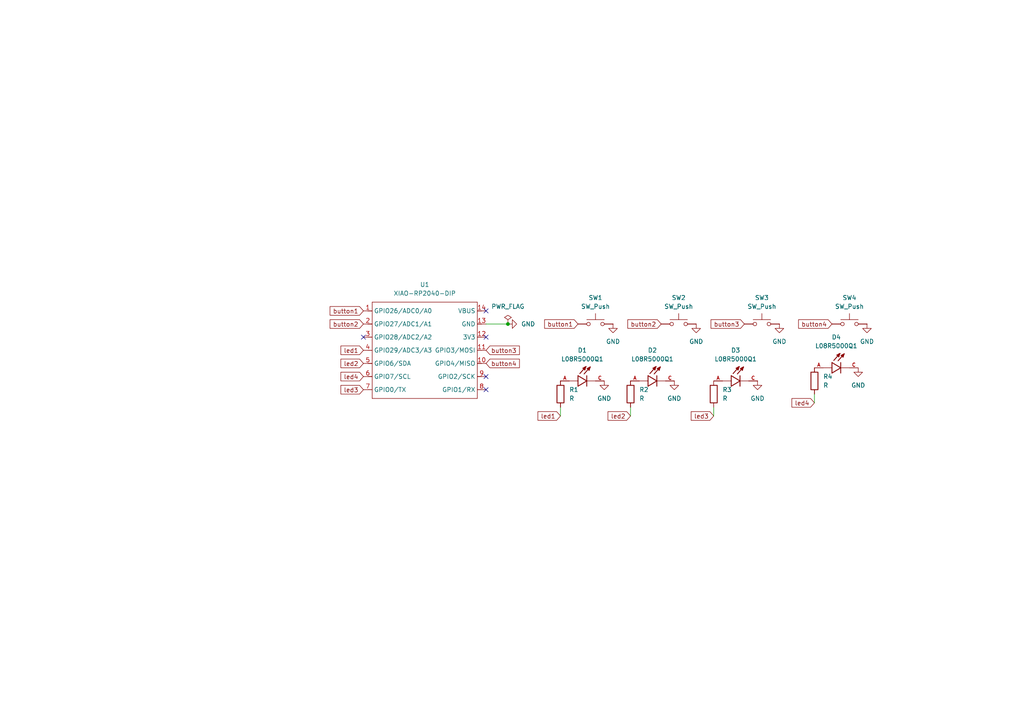
<source format=kicad_sch>
(kicad_sch (version 20231120) (generator "eeschema") (generator_version "8.0")
  (paper "A4")
  (lib_symbols
    (symbol "Device:R" (pin_numbers hide) (pin_names (offset 0))
      (property "Reference" "R" (at 2.032 0 90))
      (property "Value" "R" (at 0 0 90))
      (symbol "R_0_1"
        (rectangle (start -1.016 -2.54) (end 1.016 2.54) (stroke (width 0.254)))
      )
      (symbol "R_1_1"
        (pin passive line (at 0 3.81 270) (length 1.27) (name "~") (number "1"))
        (pin passive line (at 0 -3.81 90) (length 1.27) (name "~") (number "2"))
      )
    )
    (symbol "Switch:SW_Push" (pin_numbers hide) (pin_names (offset 1.016) hide)
      (property "Reference" "SW" (at 1.27 2.54 0))
      (property "Value" "SW_Push" (at 0 -1.524 0))
      (symbol "SW_Push_0_1"
        (circle (center -2.032 0) (radius 0.508))
        (polyline (pts (xy 0 1.27) (xy 0 3.048)))
        (polyline (pts (xy 2.54 1.27) (xy -2.54 1.27)))
        (circle (center 2.032 0) (radius 0.508))
        (pin passive line (at -5.08 0 0) (length 2.54) (name "1") (number "1"))
        (pin passive line (at 5.08 0 180) (length 2.54) (name "2") (number "2"))
      )
    )
    (symbol "led:L08R5000Q1" (pin_names (offset 1.016))
      (property "Reference" "D" (at -3.0988 4.4958 0))
      (property "Value" "L08R5000Q1" (at -3.556 -3.302 0))
      (symbol "L08R5000Q1_0_0"
        (polyline (pts (xy -2.54 -1.524) (xy 0 0)) (stroke (width 0.254)))
        (polyline (pts (xy -2.54 0) (xy -5.08 0)) (stroke (width 0.1524)))
        (polyline (pts (xy -2.54 0) (xy -2.54 -1.524)) (stroke (width 0.254)))
        (polyline (pts (xy -2.54 1.524) (xy -2.54 0)) (stroke (width 0.254)))
        (polyline (pts (xy -1.1176 3.683) (xy -0.2286 4.1656)) (stroke (width 0.254)))
        (polyline (pts (xy -0.9398 3.6068) (xy -0.7112 3.7592)) (stroke (width 0.254)))
        (polyline (pts (xy -0.5588 3.2004) (xy -1.1176 3.683)) (stroke (width 0.254)))
        (polyline (pts (xy -0.5588 3.2004) (xy -0.5334 3.937)) (stroke (width 0.254)))
        (polyline (pts (xy -0.5334 3.937) (xy -0.6604 3.937)) (stroke (width 0.254)))
        (polyline (pts (xy -0.2286 4.1656) (xy -2.0066 2.1336)) (stroke (width 0.254)))
        (polyline (pts (xy -0.2286 4.1656) (xy -0.5588 3.2004)) (stroke (width 0.254)))
        (polyline (pts (xy 0 0) (xy -2.54 1.524)) (stroke (width 0.254)))
        (polyline (pts (xy 0 0) (xy 0 -1.524)) (stroke (width 0.254)))
        (polyline (pts (xy 0 1.524) (xy 0 0)) (stroke (width 0.254)))
        (polyline (pts (xy 0.127 3.5814) (xy 1.016 4.064)) (stroke (width 0.254)))
        (polyline (pts (xy 0.3048 3.5052) (xy 0.5334 3.6576)) (stroke (width 0.254)))
        (polyline (pts (xy 0.6858 3.0988) (xy 0.127 3.5814)) (stroke (width 0.254)))
        (polyline (pts (xy 0.6858 3.0988) (xy 0.7112 3.8354)) (stroke (width 0.254)))
        (polyline (pts (xy 0.7112 3.8354) (xy 0.5842 3.8354)) (stroke (width 0.254)))
        (polyline (pts (xy 1.016 4.064) (xy -0.762 2.032)) (stroke (width 0.254)))
        (polyline (pts (xy 1.016 4.064) (xy 0.6858 3.0988)) (stroke (width 0.254)))
        (polyline (pts (xy 2.54 0) (xy 0 0)) (stroke (width 0.1524)))
        (pin passive line (at -7.62 0 0) (length 2.54) (name "~") (number "A"))
        (pin passive line (at 5.08 0 180) (length 2.54) (name "~") (number "C"))
      )
    )
    (symbol "power:GND" (power) (pin_numbers hide) (pin_names (offset 0) hide)
      (property "Value" "GND" (at 0 -3.81 0))
      (symbol "GND_0_1"
        (polyline (pts (xy 0 0) (xy 0 -1.27) (xy 1.27 -1.27) (xy 0 -2.54) (xy -1.27 -1.27) (xy 0 -1.27)))
      )
      (symbol "GND_1_1"
        (pin power_in line (at 0 0 270) (length 0) (name "~") (number "1"))
      )
    )
    (symbol "power:PWR_FLAG" (power) (pin_numbers hide) (pin_names (offset 0) hide)
      (property "Value" "PWR_FLAG" (at 0 3.81 0))
      (symbol "PWR_FLAG_0_0"
        (pin power_out line (at 0 0 90) (length 0) (name "~") (number "1"))
      )
      (symbol "PWR_FLAG_0_1"
        (polyline (pts (xy 0 0) (xy 0 1.27) (xy -1.016 1.905) (xy 0 2.54) (xy 1.016 1.905) (xy 0 1.27)))
      )
    )
    (symbol "rp2040:XIAO-RP2040-DIP"
      (property "Reference" "U" (at 0 0 0))
      (property "Value" "XIAO-RP2040-DIP" (at 5.334 -1.778 0))
      (symbol "XIAO-RP2040-DIP_1_0"
        (polyline (pts (xy -1.27 -30.48) (xy -1.27 -16.51)) (stroke (width 0.1524)))
        (polyline (pts (xy -1.27 -27.94) (xy -2.54 -27.94)) (stroke (width 0.1524)))
        (polyline (pts (xy -1.27 -24.13) (xy -2.54 -24.13)) (stroke (width 0.1524)))
        (polyline (pts (xy -1.27 -20.32) (xy -2.54 -20.32)) (stroke (width 0.1524)))
        (polyline (pts (xy -1.27 -16.51) (xy -2.54 -16.51)) (stroke (width 0.1524)))
        (polyline (pts (xy -1.27 -16.51) (xy -1.27 -12.7)) (stroke (width 0.1524)))
        (polyline (pts (xy -1.27 -12.7) (xy -2.54 -12.7)) (stroke (width 0.1524)))
        (polyline (pts (xy -1.27 -12.7) (xy -1.27 -8.89)) (stroke (width 0.1524)))
        (polyline (pts (xy -1.27 -8.89) (xy -2.54 -8.89)) (stroke (width 0.1524)))
        (polyline (pts (xy -1.27 -8.89) (xy -1.27 -5.08)) (stroke (width 0.1524)))
        (polyline (pts (xy -1.27 -5.08) (xy -2.54 -5.08)) (stroke (width 0.1524)))
        (polyline (pts (xy -1.27 -5.08) (xy -1.27 -2.54)) (stroke (width 0.1524)))
        (polyline (pts (xy -1.27 -2.54) (xy 29.21 -2.54)) (stroke (width 0.1524)))
        (polyline (pts (xy 29.21 -30.48) (xy -1.27 -30.48)) (stroke (width 0.1524)))
        (polyline (pts (xy 29.21 -12.7) (xy 29.21 -30.48)) (stroke (width 0.1524)))
        (polyline (pts (xy 29.21 -8.89) (xy 29.21 -12.7)) (stroke (width 0.1524)))
        (polyline (pts (xy 29.21 -5.08) (xy 29.21 -8.89)) (stroke (width 0.1524)))
        (polyline (pts (xy 29.21 -2.54) (xy 29.21 -5.08)) (stroke (width 0.1524)))
        (polyline (pts (xy 30.48 -27.94) (xy 29.21 -27.94)) (stroke (width 0.1524)))
        (polyline (pts (xy 30.48 -24.13) (xy 29.21 -24.13)) (stroke (width 0.1524)))
        (polyline (pts (xy 30.48 -20.32) (xy 29.21 -20.32)) (stroke (width 0.1524)))
        (polyline (pts (xy 30.48 -16.51) (xy 29.21 -16.51)) (stroke (width 0.1524)))
        (polyline (pts (xy 30.48 -12.7) (xy 29.21 -12.7)) (stroke (width 0.1524)))
        (polyline (pts (xy 30.48 -8.89) (xy 29.21 -8.89)) (stroke (width 0.1524)))
        (polyline (pts (xy 30.48 -5.08) (xy 29.21 -5.08)) (stroke (width 0.1524)))
        (pin passive line (at -3.81 -5.08 0) (length 2.54) (name "GPIO26/ADC0/A0") (number "1"))
        (pin passive line (at 31.75 -20.32 180) (length 2.54) (name "GPIO4/MISO") (number "10"))
        (pin passive line (at 31.75 -16.51 180) (length 2.54) (name "GPIO3/MOSI") (number "11"))
        (pin passive line (at 31.75 -12.7 180) (length 2.54) (name "3V3") (number "12"))
        (pin passive line (at 31.75 -8.89 180) (length 2.54) (name "GND") (number "13"))
        (pin passive line (at 31.75 -5.08 180) (length 2.54) (name "VBUS") (number "14"))
        (pin passive line (at -3.81 -8.89 0) (length 2.54) (name "GPIO27/ADC1/A1") (number "2"))
        (pin passive line (at -3.81 -12.7 0) (length 2.54) (name "GPIO28/ADC2/A2") (number "3"))
        (pin passive line (at -3.81 -16.51 0) (length 2.54) (name "GPIO29/ADC3/A3") (number "4"))
        (pin passive line (at -3.81 -20.32 0) (length 2.54) (name "GPIO6/SDA") (number "5"))
        (pin passive line (at -3.81 -24.13 0) (length 2.54) (name "GPIO7/SCL") (number "6"))
        (pin passive line (at -3.81 -27.94 0) (length 2.54) (name "GPIO0/TX") (number "7"))
        (pin passive line (at 31.75 -27.94 180) (length 2.54) (name "GPIO1/RX") (number "8"))
        (pin passive line (at 31.75 -24.13 180) (length 2.54) (name "GPIO2/SCK") (number "9"))
      )
    )
  )
  (junction (at 147.32 93.98))
  (no_connect (at 140.97 109.22))
  (no_connect (at 105.41 97.79))
  (no_connect (at 140.97 113.03))
  (no_connect (at 140.97 90.17))
  (no_connect (at 140.97 97.79))
  (wire (pts (xy 182.88 118.11) (xy 182.88 120.65)))
  (wire (pts (xy 207.01 118.11) (xy 207.01 120.65)))
  (wire (pts (xy 140.97 93.98) (xy 147.32 93.98)))
  (wire (pts (xy 236.22 114.3) (xy 236.22 116.84)))
  (wire (pts (xy 162.56 118.11) (xy 162.56 120.65)))
  (global_label "led3" (shape input) (at 105.41 113.03 180) (property "Intersheetrefs" "${INTERSHEET_REFS}" (effects (hide yes))))
  (global_label "led1" (shape input) (at 162.56 120.65 180) (property "Intersheetrefs" "${INTERSHEET_REFS}" (effects (hide yes))))
  (global_label "button1" (shape input) (at 167.64 93.98 180) (property "Intersheetrefs" "${INTERSHEET_REFS}" (effects (hide yes))))
  (global_label "button4" (shape input) (at 241.3 93.98 180) (property "Intersheetrefs" "${INTERSHEET_REFS}" (effects (hide yes))))
  (global_label "button1" (shape input) (at 105.41 90.17 180) (property "Intersheetrefs" "${INTERSHEET_REFS}" (effects (hide yes))))
  (global_label "led4" (shape input) (at 236.22 116.84 180) (property "Intersheetrefs" "${INTERSHEET_REFS}" (effects (hide yes))))
  (global_label "button2" (shape input) (at 105.41 93.98 180) (property "Intersheetrefs" "${INTERSHEET_REFS}" (effects (hide yes))))
  (global_label "button3" (shape input) (at 215.9 93.98 180) (property "Intersheetrefs" "${INTERSHEET_REFS}" (effects (hide yes))))
  (global_label "led2" (shape input) (at 182.88 120.65 180) (property "Intersheetrefs" "${INTERSHEET_REFS}" (effects (hide yes))))
  (global_label "button3" (shape input) (at 140.97 101.6 0) (property "Intersheetrefs" "${INTERSHEET_REFS}" (effects (hide yes))))
  (global_label "button2" (shape input) (at 191.77 93.98 180) (property "Intersheetrefs" "${INTERSHEET_REFS}" (effects (hide yes))))
  (global_label "led1" (shape input) (at 105.41 101.6 180) (property "Intersheetrefs" "${INTERSHEET_REFS}" (effects (hide yes))))
  (global_label "led4" (shape input) (at 105.41 109.22 180) (property "Intersheetrefs" "${INTERSHEET_REFS}" (effects (hide yes))))
  (global_label "button4" (shape input) (at 140.97 105.41 0) (property "Intersheetrefs" "${INTERSHEET_REFS}" (effects (hide yes))))
  (global_label "led3" (shape input) (at 207.01 120.65 180) (property "Intersheetrefs" "${INTERSHEET_REFS}" (effects (hide yes))))
  (global_label "led2" (shape input) (at 105.41 105.41 180) (property "Intersheetrefs" "${INTERSHEET_REFS}" (effects (hide yes))))
  (symbol (lib_id "Device:R") (at 162.56 114.3 0) (unit 1)
    (property "Reference" "R1" (at 165.1 113.0299 0) (effects (justify left)))
    (property "Value" "R" (at 165.1 115.5699 0) (effects (justify left)))
    (property "Footprint" "Resistor_THT:R_Axial_DIN0204_L3.6mm_D1.6mm_P5.08mm_Horizontal" (effects (hide yes)))
    (property "Description" "Resistor" (effects (hide yes)))
  )
  (symbol (lib_id "Device:R") (at 236.22 110.49 0) (unit 1)
    (property "Reference" "R4" (at 238.76 109.2199 0) (effects (justify left)))
    (property "Value" "R" (at 238.76 111.7599 0) (effects (justify left)))
    (property "Footprint" "Resistor_THT:R_Axial_DIN0204_L3.6mm_D1.6mm_P5.08mm_Horizontal" (effects (hide yes)))
    (property "Description" "Resistor" (effects (hide yes)))
  )
  (symbol (lib_id "led:L08R5000Q1") (at 170.18 110.49 0) (unit 1)
    (property "Reference" "D1" (at 168.91 101.6 0))
    (property "Value" "L08R5000Q1" (at 168.91 104.14 0))
    (property "Footprint" "general:LEDRD254W57D500H1070_3d" (effects (hide yes)))
    (property "MF" "LED Technology" (effects (hide yes)))
    (property "MAXIMUM_PACKAGE_HEIGHT" "10.7mm" (effects (hide yes)))
    (property "Package" "None" (effects (hide yes)))
    (property "Price" "None" (effects (hide yes)))
    (property "Check_prices" "https://www.snapeda.com/parts/L08R5000Q1/LED+Technology/view-part/?ref=eda" (effects (hide yes)))
    (property "STANDARD" "IPC-7351B" (effects (hide yes)))
    (property "PARTREV" "NA" (effects (hide yes)))
    (property "SnapEDA_Link" "https://www.snapeda.com/parts/L08R5000Q1/LED+Technology/view-part/?ref=snap" (effects (hide yes)))
    (property "MP" "L08R5000Q1" (effects (hide yes)))
    (property "Description_1" "\n                        \n                            LED, 5MM, ORANGE; LED / Lamp Size: 5mm / T-1 3/4; LED Colour: Orange; Typ Luminous Intensity: 4.3mcd; Viewing Angle: ...\n                        \n" (effects (hide yes)))
    (property "Availability" "Not in stock" (effects (hide yes)))
    (property "MANUFACTURER" "LED TECHNOLOGY" (effects (hide yes)))
  )
  (symbol (lib_id "led:L08R5000Q1") (at 214.63 110.49 0) (unit 1)
    (property "Reference" "D3" (at 213.36 101.6 0))
    (property "Value" "L08R5000Q1" (at 213.36 104.14 0))
    (property "Footprint" "general:LEDRD254W57D500H1070_3d" (effects (hide yes)))
    (property "MF" "LED Technology" (effects (hide yes)))
    (property "MAXIMUM_PACKAGE_HEIGHT" "10.7mm" (effects (hide yes)))
    (property "Package" "None" (effects (hide yes)))
    (property "Price" "None" (effects (hide yes)))
    (property "Check_prices" "https://www.snapeda.com/parts/L08R5000Q1/LED+Technology/view-part/?ref=eda" (effects (hide yes)))
    (property "STANDARD" "IPC-7351B" (effects (hide yes)))
    (property "PARTREV" "NA" (effects (hide yes)))
    (property "SnapEDA_Link" "https://www.snapeda.com/parts/L08R5000Q1/LED+Technology/view-part/?ref=snap" (effects (hide yes)))
    (property "MP" "L08R5000Q1" (effects (hide yes)))
    (property "Description_1" "\n                        \n                            LED, 5MM, ORANGE; LED / Lamp Size: 5mm / T-1 3/4; LED Colour: Orange; Typ Luminous Intensity: 4.3mcd; Viewing Angle: ...\n                        \n" (effects (hide yes)))
    (property "Availability" "Not in stock" (effects (hide yes)))
    (property "MANUFACTURER" "LED TECHNOLOGY" (effects (hide yes)))
  )
  (symbol (lib_id "power:GND") (at 177.8 93.98 0) (unit 1)
    (property "Reference" "#PWR01" (effects (hide yes)))
    (property "Value" "GND" (at 177.8 99.06 0))
    (property "Description" "Power symbol creates a global label with name \"GND\" , ground" (effects (hide yes)))
  )
  (symbol (lib_id "Switch:SW_Push") (at 172.72 93.98 0) (unit 1)
    (property "Reference" "SW1" (at 172.72 86.36 0))
    (property "Value" "SW_Push" (at 172.72 88.9 0))
    (property "Footprint" "general:SW_Cherry_MX_1.00u_PCB" (effects (hide yes)))
    (property "Description" "Push button switch, generic, two pins" (effects (hide yes)))
  )
  (symbol (lib_id "power:GND") (at 226.06 93.98 0) (unit 1)
    (property "Reference" "#PWR03" (effects (hide yes)))
    (property "Value" "GND" (at 226.06 99.06 0))
    (property "Description" "Power symbol creates a global label with name \"GND\" , ground" (effects (hide yes)))
  )
  (symbol (lib_id "rp2040:XIAO-RP2040-DIP") (at 109.22 85.09 0) (unit 1)
    (property "Reference" "U1" (at 123.19 82.55 0))
    (property "Value" "XIAO-RP2040-DIP" (at 123.19 85.09 0))
    (property "Footprint" "general:XIAO-RP2040-DIP" (effects (hide yes)))
  )
  (symbol (lib_id "Switch:SW_Push") (at 246.38 93.98 0) (unit 1)
    (property "Reference" "SW4" (at 246.38 86.36 0))
    (property "Value" "SW_Push" (at 246.38 88.9 0))
    (property "Footprint" "general:SW_Cherry_MX_1.00u_PCB" (effects (hide yes)))
    (property "Description" "Push button switch, generic, two pins" (effects (hide yes)))
  )
  (symbol (lib_id "power:PWR_FLAG") (at 147.32 93.98 0) (unit 1)
    (property "Reference" "#FLG01" (effects (hide yes)))
    (property "Value" "PWR_FLAG" (at 147.32 88.9 0))
    (property "Description" "Special symbol for telling ERC where power comes from" (effects (hide yes)))
  )
  (symbol (lib_id "power:GND") (at 147.32 93.98 90) (unit 1)
    (property "Reference" "#PWR07" (effects (hide yes)))
    (property "Value" "GND" (at 151.13 93.9799 90) (effects (justify right)))
    (property "Description" "Power symbol creates a global label with name \"GND\" , ground" (effects (hide yes)))
  )
  (symbol (lib_id "power:GND") (at 251.46 93.98 0) (unit 1)
    (property "Reference" "#PWR08" (effects (hide yes)))
    (property "Value" "GND" (at 251.46 99.06 0))
    (property "Description" "Power symbol creates a global label with name \"GND\" , ground" (effects (hide yes)))
  )
  (symbol (lib_id "power:GND") (at 175.26 110.49 0) (unit 1)
    (property "Reference" "#PWR04" (effects (hide yes)))
    (property "Value" "GND" (at 175.26 115.57 0))
    (property "Description" "Power symbol creates a global label with name \"GND\" , ground" (effects (hide yes)))
  )
  (symbol (lib_id "led:L08R5000Q1") (at 190.5 110.49 0) (unit 1)
    (property "Reference" "D2" (at 189.23 101.6 0))
    (property "Value" "L08R5000Q1" (at 189.23 104.14 0))
    (property "Footprint" "general:LEDRD254W57D500H1070_3d" (effects (hide yes)))
    (property "MF" "LED Technology" (effects (hide yes)))
    (property "MAXIMUM_PACKAGE_HEIGHT" "10.7mm" (effects (hide yes)))
    (property "Package" "None" (effects (hide yes)))
    (property "Price" "None" (effects (hide yes)))
    (property "Check_prices" "https://www.snapeda.com/parts/L08R5000Q1/LED+Technology/view-part/?ref=eda" (effects (hide yes)))
    (property "STANDARD" "IPC-7351B" (effects (hide yes)))
    (property "PARTREV" "NA" (effects (hide yes)))
    (property "SnapEDA_Link" "https://www.snapeda.com/parts/L08R5000Q1/LED+Technology/view-part/?ref=snap" (effects (hide yes)))
    (property "MP" "L08R5000Q1" (effects (hide yes)))
    (property "Description_1" "\n                        \n                            LED, 5MM, ORANGE; LED / Lamp Size: 5mm / T-1 3/4; LED Colour: Orange; Typ Luminous Intensity: 4.3mcd; Viewing Angle: ...\n                        \n" (effects (hide yes)))
    (property "Availability" "Not in stock" (effects (hide yes)))
    (property "MANUFACTURER" "LED TECHNOLOGY" (effects (hide yes)))
  )
  (symbol (lib_id "Device:R") (at 207.01 114.3 0) (unit 1)
    (property "Reference" "R3" (at 209.55 113.0299 0) (effects (justify left)))
    (property "Value" "R" (at 209.55 115.5699 0) (effects (justify left)))
    (property "Footprint" "Resistor_THT:R_Axial_DIN0204_L3.6mm_D1.6mm_P5.08mm_Horizontal" (effects (hide yes)))
    (property "Description" "Resistor" (effects (hide yes)))
  )
  (symbol (lib_id "Device:R") (at 182.88 114.3 0) (unit 1)
    (property "Reference" "R2" (at 185.42 113.0299 0) (effects (justify left)))
    (property "Value" "R" (at 185.42 115.5699 0) (effects (justify left)))
    (property "Footprint" "Resistor_THT:R_Axial_DIN0204_L3.6mm_D1.6mm_P5.08mm_Horizontal" (effects (hide yes)))
    (property "Description" "Resistor" (effects (hide yes)))
  )
  (symbol (lib_id "power:GND") (at 201.93 93.98 0) (unit 1)
    (property "Reference" "#PWR02" (effects (hide yes)))
    (property "Value" "GND" (at 201.93 99.06 0))
    (property "Description" "Power symbol creates a global label with name \"GND\" , ground" (effects (hide yes)))
  )
  (symbol (lib_id "led:L08R5000Q1") (at 243.84 106.68 0) (unit 1)
    (property "Reference" "D4" (at 242.57 97.79 0))
    (property "Value" "L08R5000Q1" (at 242.57 100.33 0))
    (property "Footprint" "general:LEDRD254W57D500H1070_3d" (effects (hide yes)))
    (property "MF" "LED Technology" (effects (hide yes)))
    (property "MAXIMUM_PACKAGE_HEIGHT" "10.7mm" (effects (hide yes)))
    (property "Package" "None" (effects (hide yes)))
    (property "Price" "None" (effects (hide yes)))
    (property "Check_prices" "https://www.snapeda.com/parts/L08R5000Q1/LED+Technology/view-part/?ref=eda" (effects (hide yes)))
    (property "STANDARD" "IPC-7351B" (effects (hide yes)))
    (property "PARTREV" "NA" (effects (hide yes)))
    (property "SnapEDA_Link" "https://www.snapeda.com/parts/L08R5000Q1/LED+Technology/view-part/?ref=snap" (effects (hide yes)))
    (property "MP" "L08R5000Q1" (effects (hide yes)))
    (property "Description_1" "\n                        \n                            LED, 5MM, ORANGE; LED / Lamp Size: 5mm / T-1 3/4; LED Colour: Orange; Typ Luminous Intensity: 4.3mcd; Viewing Angle: ...\n                        \n" (effects (hide yes)))
    (property "Availability" "Not in stock" (effects (hide yes)))
    (property "MANUFACTURER" "LED TECHNOLOGY" (effects (hide yes)))
  )
  (symbol (lib_id "Switch:SW_Push") (at 196.85 93.98 0) (unit 1)
    (property "Reference" "SW2" (at 196.85 86.36 0))
    (property "Value" "SW_Push" (at 196.85 88.9 0))
    (property "Footprint" "general:SW_Cherry_MX_1.00u_PCB" (effects (hide yes)))
    (property "Description" "Push button switch, generic, two pins" (effects (hide yes)))
  )
  (symbol (lib_id "Switch:SW_Push") (at 220.98 93.98 0) (unit 1)
    (property "Reference" "SW3" (at 220.98 86.36 0))
    (property "Value" "SW_Push" (at 220.98 88.9 0))
    (property "Footprint" "general:SW_Cherry_MX_1.00u_PCB" (effects (hide yes)))
    (property "Description" "Push button switch, generic, two pins" (effects (hide yes)))
  )
  (symbol (lib_id "power:GND") (at 219.71 110.49 0) (unit 1)
    (property "Reference" "#PWR06" (effects (hide yes)))
    (property "Value" "GND" (at 219.71 115.57 0))
    (property "Description" "Power symbol creates a global label with name \"GND\" , ground" (effects (hide yes)))
  )
  (symbol (lib_id "power:GND") (at 248.92 106.68 0) (unit 1)
    (property "Reference" "#PWR09" (effects (hide yes)))
    (property "Value" "GND" (at 248.92 111.76 0))
    (property "Description" "Power symbol creates a global label with name \"GND\" , ground" (effects (hide yes)))
  )
  (symbol (lib_id "power:GND") (at 195.58 110.49 0) (unit 1)
    (property "Reference" "#PWR05" (effects (hide yes)))
    (property "Value" "GND" (at 195.58 115.57 0))
    (property "Description" "Power symbol creates a global label with name \"GND\" , ground" (effects (hide yes)))
  )
)
</source>
